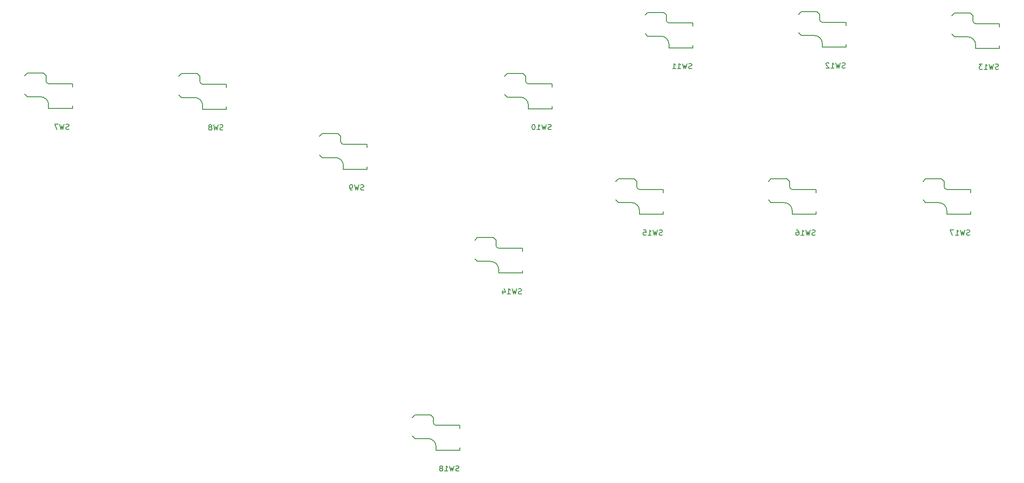
<source format=gbr>
%TF.GenerationSoftware,KiCad,Pcbnew,(6.0.4)*%
%TF.CreationDate,2022-04-24T23:02:38-04:00*%
%TF.ProjectId,Flatbox-rev4-rgb-kicad-WS2812B-4020,466c6174-626f-4782-9d72-6576342d7267,rev?*%
%TF.SameCoordinates,Original*%
%TF.FileFunction,Legend,Bot*%
%TF.FilePolarity,Positive*%
%FSLAX46Y46*%
G04 Gerber Fmt 4.6, Leading zero omitted, Abs format (unit mm)*
G04 Created by KiCad (PCBNEW (6.0.4)) date 2022-04-24 23:02:38*
%MOMM*%
%LPD*%
G01*
G04 APERTURE LIST*
%ADD10C,0.150000*%
G04 APERTURE END LIST*
D10*
%TO.C,SW8*%
X93653333Y-67574761D02*
X93510476Y-67622380D01*
X93272380Y-67622380D01*
X93177142Y-67574761D01*
X93129523Y-67527142D01*
X93081904Y-67431904D01*
X93081904Y-67336666D01*
X93129523Y-67241428D01*
X93177142Y-67193809D01*
X93272380Y-67146190D01*
X93462857Y-67098571D01*
X93558095Y-67050952D01*
X93605714Y-67003333D01*
X93653333Y-66908095D01*
X93653333Y-66812857D01*
X93605714Y-66717619D01*
X93558095Y-66670000D01*
X93462857Y-66622380D01*
X93224761Y-66622380D01*
X93081904Y-66670000D01*
X92748571Y-66622380D02*
X92510476Y-67622380D01*
X92320000Y-66908095D01*
X92129523Y-67622380D01*
X91891428Y-66622380D01*
X91367619Y-67050952D02*
X91462857Y-67003333D01*
X91510476Y-66955714D01*
X91558095Y-66860476D01*
X91558095Y-66812857D01*
X91510476Y-66717619D01*
X91462857Y-66670000D01*
X91367619Y-66622380D01*
X91177142Y-66622380D01*
X91081904Y-66670000D01*
X91034285Y-66717619D01*
X90986666Y-66812857D01*
X90986666Y-66860476D01*
X91034285Y-66955714D01*
X91081904Y-67003333D01*
X91177142Y-67050952D01*
X91367619Y-67050952D01*
X91462857Y-67098571D01*
X91510476Y-67146190D01*
X91558095Y-67241428D01*
X91558095Y-67431904D01*
X91510476Y-67527142D01*
X91462857Y-67574761D01*
X91367619Y-67622380D01*
X91177142Y-67622380D01*
X91081904Y-67574761D01*
X91034285Y-67527142D01*
X90986666Y-67431904D01*
X90986666Y-67241428D01*
X91034285Y-67146190D01*
X91081904Y-67098571D01*
X91177142Y-67050952D01*
%TO.C,SW9*%
X120253333Y-78924761D02*
X120110476Y-78972380D01*
X119872380Y-78972380D01*
X119777142Y-78924761D01*
X119729523Y-78877142D01*
X119681904Y-78781904D01*
X119681904Y-78686666D01*
X119729523Y-78591428D01*
X119777142Y-78543809D01*
X119872380Y-78496190D01*
X120062857Y-78448571D01*
X120158095Y-78400952D01*
X120205714Y-78353333D01*
X120253333Y-78258095D01*
X120253333Y-78162857D01*
X120205714Y-78067619D01*
X120158095Y-78020000D01*
X120062857Y-77972380D01*
X119824761Y-77972380D01*
X119681904Y-78020000D01*
X119348571Y-77972380D02*
X119110476Y-78972380D01*
X118920000Y-78258095D01*
X118729523Y-78972380D01*
X118491428Y-77972380D01*
X118062857Y-78972380D02*
X117872380Y-78972380D01*
X117777142Y-78924761D01*
X117729523Y-78877142D01*
X117634285Y-78734285D01*
X117586666Y-78543809D01*
X117586666Y-78162857D01*
X117634285Y-78067619D01*
X117681904Y-78020000D01*
X117777142Y-77972380D01*
X117967619Y-77972380D01*
X118062857Y-78020000D01*
X118110476Y-78067619D01*
X118158095Y-78162857D01*
X118158095Y-78400952D01*
X118110476Y-78496190D01*
X118062857Y-78543809D01*
X117967619Y-78591428D01*
X117777142Y-78591428D01*
X117681904Y-78543809D01*
X117634285Y-78496190D01*
X117586666Y-78400952D01*
%TO.C,SW18*%
X138229523Y-132024761D02*
X138086666Y-132072380D01*
X137848571Y-132072380D01*
X137753333Y-132024761D01*
X137705714Y-131977142D01*
X137658095Y-131881904D01*
X137658095Y-131786666D01*
X137705714Y-131691428D01*
X137753333Y-131643809D01*
X137848571Y-131596190D01*
X138039047Y-131548571D01*
X138134285Y-131500952D01*
X138181904Y-131453333D01*
X138229523Y-131358095D01*
X138229523Y-131262857D01*
X138181904Y-131167619D01*
X138134285Y-131120000D01*
X138039047Y-131072380D01*
X137800952Y-131072380D01*
X137658095Y-131120000D01*
X137324761Y-131072380D02*
X137086666Y-132072380D01*
X136896190Y-131358095D01*
X136705714Y-132072380D01*
X136467619Y-131072380D01*
X135562857Y-132072380D02*
X136134285Y-132072380D01*
X135848571Y-132072380D02*
X135848571Y-131072380D01*
X135943809Y-131215238D01*
X136039047Y-131310476D01*
X136134285Y-131358095D01*
X134991428Y-131500952D02*
X135086666Y-131453333D01*
X135134285Y-131405714D01*
X135181904Y-131310476D01*
X135181904Y-131262857D01*
X135134285Y-131167619D01*
X135086666Y-131120000D01*
X134991428Y-131072380D01*
X134800952Y-131072380D01*
X134705714Y-131120000D01*
X134658095Y-131167619D01*
X134610476Y-131262857D01*
X134610476Y-131310476D01*
X134658095Y-131405714D01*
X134705714Y-131453333D01*
X134800952Y-131500952D01*
X134991428Y-131500952D01*
X135086666Y-131548571D01*
X135134285Y-131596190D01*
X135181904Y-131691428D01*
X135181904Y-131881904D01*
X135134285Y-131977142D01*
X135086666Y-132024761D01*
X134991428Y-132072380D01*
X134800952Y-132072380D01*
X134705714Y-132024761D01*
X134658095Y-131977142D01*
X134610476Y-131881904D01*
X134610476Y-131691428D01*
X134658095Y-131596190D01*
X134705714Y-131548571D01*
X134800952Y-131500952D01*
%TO.C,SW10*%
X155669523Y-67514761D02*
X155526666Y-67562380D01*
X155288571Y-67562380D01*
X155193333Y-67514761D01*
X155145714Y-67467142D01*
X155098095Y-67371904D01*
X155098095Y-67276666D01*
X155145714Y-67181428D01*
X155193333Y-67133809D01*
X155288571Y-67086190D01*
X155479047Y-67038571D01*
X155574285Y-66990952D01*
X155621904Y-66943333D01*
X155669523Y-66848095D01*
X155669523Y-66752857D01*
X155621904Y-66657619D01*
X155574285Y-66610000D01*
X155479047Y-66562380D01*
X155240952Y-66562380D01*
X155098095Y-66610000D01*
X154764761Y-66562380D02*
X154526666Y-67562380D01*
X154336190Y-66848095D01*
X154145714Y-67562380D01*
X153907619Y-66562380D01*
X153002857Y-67562380D02*
X153574285Y-67562380D01*
X153288571Y-67562380D02*
X153288571Y-66562380D01*
X153383809Y-66705238D01*
X153479047Y-66800476D01*
X153574285Y-66848095D01*
X152383809Y-66562380D02*
X152288571Y-66562380D01*
X152193333Y-66610000D01*
X152145714Y-66657619D01*
X152098095Y-66752857D01*
X152050476Y-66943333D01*
X152050476Y-67181428D01*
X152098095Y-67371904D01*
X152145714Y-67467142D01*
X152193333Y-67514761D01*
X152288571Y-67562380D01*
X152383809Y-67562380D01*
X152479047Y-67514761D01*
X152526666Y-67467142D01*
X152574285Y-67371904D01*
X152621904Y-67181428D01*
X152621904Y-66943333D01*
X152574285Y-66752857D01*
X152526666Y-66657619D01*
X152479047Y-66610000D01*
X152383809Y-66562380D01*
%TO.C,SW11*%
X182229523Y-55984761D02*
X182086666Y-56032380D01*
X181848571Y-56032380D01*
X181753333Y-55984761D01*
X181705714Y-55937142D01*
X181658095Y-55841904D01*
X181658095Y-55746666D01*
X181705714Y-55651428D01*
X181753333Y-55603809D01*
X181848571Y-55556190D01*
X182039047Y-55508571D01*
X182134285Y-55460952D01*
X182181904Y-55413333D01*
X182229523Y-55318095D01*
X182229523Y-55222857D01*
X182181904Y-55127619D01*
X182134285Y-55080000D01*
X182039047Y-55032380D01*
X181800952Y-55032380D01*
X181658095Y-55080000D01*
X181324761Y-55032380D02*
X181086666Y-56032380D01*
X180896190Y-55318095D01*
X180705714Y-56032380D01*
X180467619Y-55032380D01*
X179562857Y-56032380D02*
X180134285Y-56032380D01*
X179848571Y-56032380D02*
X179848571Y-55032380D01*
X179943809Y-55175238D01*
X180039047Y-55270476D01*
X180134285Y-55318095D01*
X178610476Y-56032380D02*
X179181904Y-56032380D01*
X178896190Y-56032380D02*
X178896190Y-55032380D01*
X178991428Y-55175238D01*
X179086666Y-55270476D01*
X179181904Y-55318095D01*
%TO.C,SW12*%
X211199523Y-55864761D02*
X211056666Y-55912380D01*
X210818571Y-55912380D01*
X210723333Y-55864761D01*
X210675714Y-55817142D01*
X210628095Y-55721904D01*
X210628095Y-55626666D01*
X210675714Y-55531428D01*
X210723333Y-55483809D01*
X210818571Y-55436190D01*
X211009047Y-55388571D01*
X211104285Y-55340952D01*
X211151904Y-55293333D01*
X211199523Y-55198095D01*
X211199523Y-55102857D01*
X211151904Y-55007619D01*
X211104285Y-54960000D01*
X211009047Y-54912380D01*
X210770952Y-54912380D01*
X210628095Y-54960000D01*
X210294761Y-54912380D02*
X210056666Y-55912380D01*
X209866190Y-55198095D01*
X209675714Y-55912380D01*
X209437619Y-54912380D01*
X208532857Y-55912380D02*
X209104285Y-55912380D01*
X208818571Y-55912380D02*
X208818571Y-54912380D01*
X208913809Y-55055238D01*
X209009047Y-55150476D01*
X209104285Y-55198095D01*
X208151904Y-55007619D02*
X208104285Y-54960000D01*
X208009047Y-54912380D01*
X207770952Y-54912380D01*
X207675714Y-54960000D01*
X207628095Y-55007619D01*
X207580476Y-55102857D01*
X207580476Y-55198095D01*
X207628095Y-55340952D01*
X208199523Y-55912380D01*
X207580476Y-55912380D01*
%TO.C,SW13*%
X240169523Y-56104761D02*
X240026666Y-56152380D01*
X239788571Y-56152380D01*
X239693333Y-56104761D01*
X239645714Y-56057142D01*
X239598095Y-55961904D01*
X239598095Y-55866666D01*
X239645714Y-55771428D01*
X239693333Y-55723809D01*
X239788571Y-55676190D01*
X239979047Y-55628571D01*
X240074285Y-55580952D01*
X240121904Y-55533333D01*
X240169523Y-55438095D01*
X240169523Y-55342857D01*
X240121904Y-55247619D01*
X240074285Y-55200000D01*
X239979047Y-55152380D01*
X239740952Y-55152380D01*
X239598095Y-55200000D01*
X239264761Y-55152380D02*
X239026666Y-56152380D01*
X238836190Y-55438095D01*
X238645714Y-56152380D01*
X238407619Y-55152380D01*
X237502857Y-56152380D02*
X238074285Y-56152380D01*
X237788571Y-56152380D02*
X237788571Y-55152380D01*
X237883809Y-55295238D01*
X237979047Y-55390476D01*
X238074285Y-55438095D01*
X237169523Y-55152380D02*
X236550476Y-55152380D01*
X236883809Y-55533333D01*
X236740952Y-55533333D01*
X236645714Y-55580952D01*
X236598095Y-55628571D01*
X236550476Y-55723809D01*
X236550476Y-55961904D01*
X236598095Y-56057142D01*
X236645714Y-56104761D01*
X236740952Y-56152380D01*
X237026666Y-56152380D01*
X237121904Y-56104761D01*
X237169523Y-56057142D01*
%TO.C,SW14*%
X150059523Y-98554761D02*
X149916666Y-98602380D01*
X149678571Y-98602380D01*
X149583333Y-98554761D01*
X149535714Y-98507142D01*
X149488095Y-98411904D01*
X149488095Y-98316666D01*
X149535714Y-98221428D01*
X149583333Y-98173809D01*
X149678571Y-98126190D01*
X149869047Y-98078571D01*
X149964285Y-98030952D01*
X150011904Y-97983333D01*
X150059523Y-97888095D01*
X150059523Y-97792857D01*
X150011904Y-97697619D01*
X149964285Y-97650000D01*
X149869047Y-97602380D01*
X149630952Y-97602380D01*
X149488095Y-97650000D01*
X149154761Y-97602380D02*
X148916666Y-98602380D01*
X148726190Y-97888095D01*
X148535714Y-98602380D01*
X148297619Y-97602380D01*
X147392857Y-98602380D02*
X147964285Y-98602380D01*
X147678571Y-98602380D02*
X147678571Y-97602380D01*
X147773809Y-97745238D01*
X147869047Y-97840476D01*
X147964285Y-97888095D01*
X146535714Y-97935714D02*
X146535714Y-98602380D01*
X146773809Y-97554761D02*
X147011904Y-98269047D01*
X146392857Y-98269047D01*
%TO.C,SW15*%
X176669523Y-87444761D02*
X176526666Y-87492380D01*
X176288571Y-87492380D01*
X176193333Y-87444761D01*
X176145714Y-87397142D01*
X176098095Y-87301904D01*
X176098095Y-87206666D01*
X176145714Y-87111428D01*
X176193333Y-87063809D01*
X176288571Y-87016190D01*
X176479047Y-86968571D01*
X176574285Y-86920952D01*
X176621904Y-86873333D01*
X176669523Y-86778095D01*
X176669523Y-86682857D01*
X176621904Y-86587619D01*
X176574285Y-86540000D01*
X176479047Y-86492380D01*
X176240952Y-86492380D01*
X176098095Y-86540000D01*
X175764761Y-86492380D02*
X175526666Y-87492380D01*
X175336190Y-86778095D01*
X175145714Y-87492380D01*
X174907619Y-86492380D01*
X174002857Y-87492380D02*
X174574285Y-87492380D01*
X174288571Y-87492380D02*
X174288571Y-86492380D01*
X174383809Y-86635238D01*
X174479047Y-86730476D01*
X174574285Y-86778095D01*
X173098095Y-86492380D02*
X173574285Y-86492380D01*
X173621904Y-86968571D01*
X173574285Y-86920952D01*
X173479047Y-86873333D01*
X173240952Y-86873333D01*
X173145714Y-86920952D01*
X173098095Y-86968571D01*
X173050476Y-87063809D01*
X173050476Y-87301904D01*
X173098095Y-87397142D01*
X173145714Y-87444761D01*
X173240952Y-87492380D01*
X173479047Y-87492380D01*
X173574285Y-87444761D01*
X173621904Y-87397142D01*
%TO.C,SW16*%
X205519523Y-87444761D02*
X205376666Y-87492380D01*
X205138571Y-87492380D01*
X205043333Y-87444761D01*
X204995714Y-87397142D01*
X204948095Y-87301904D01*
X204948095Y-87206666D01*
X204995714Y-87111428D01*
X205043333Y-87063809D01*
X205138571Y-87016190D01*
X205329047Y-86968571D01*
X205424285Y-86920952D01*
X205471904Y-86873333D01*
X205519523Y-86778095D01*
X205519523Y-86682857D01*
X205471904Y-86587619D01*
X205424285Y-86540000D01*
X205329047Y-86492380D01*
X205090952Y-86492380D01*
X204948095Y-86540000D01*
X204614761Y-86492380D02*
X204376666Y-87492380D01*
X204186190Y-86778095D01*
X203995714Y-87492380D01*
X203757619Y-86492380D01*
X202852857Y-87492380D02*
X203424285Y-87492380D01*
X203138571Y-87492380D02*
X203138571Y-86492380D01*
X203233809Y-86635238D01*
X203329047Y-86730476D01*
X203424285Y-86778095D01*
X201995714Y-86492380D02*
X202186190Y-86492380D01*
X202281428Y-86540000D01*
X202329047Y-86587619D01*
X202424285Y-86730476D01*
X202471904Y-86920952D01*
X202471904Y-87301904D01*
X202424285Y-87397142D01*
X202376666Y-87444761D01*
X202281428Y-87492380D01*
X202090952Y-87492380D01*
X201995714Y-87444761D01*
X201948095Y-87397142D01*
X201900476Y-87301904D01*
X201900476Y-87063809D01*
X201948095Y-86968571D01*
X201995714Y-86920952D01*
X202090952Y-86873333D01*
X202281428Y-86873333D01*
X202376666Y-86920952D01*
X202424285Y-86968571D01*
X202471904Y-87063809D01*
%TO.C,SW17*%
X234729523Y-87444761D02*
X234586666Y-87492380D01*
X234348571Y-87492380D01*
X234253333Y-87444761D01*
X234205714Y-87397142D01*
X234158095Y-87301904D01*
X234158095Y-87206666D01*
X234205714Y-87111428D01*
X234253333Y-87063809D01*
X234348571Y-87016190D01*
X234539047Y-86968571D01*
X234634285Y-86920952D01*
X234681904Y-86873333D01*
X234729523Y-86778095D01*
X234729523Y-86682857D01*
X234681904Y-86587619D01*
X234634285Y-86540000D01*
X234539047Y-86492380D01*
X234300952Y-86492380D01*
X234158095Y-86540000D01*
X233824761Y-86492380D02*
X233586666Y-87492380D01*
X233396190Y-86778095D01*
X233205714Y-87492380D01*
X232967619Y-86492380D01*
X232062857Y-87492380D02*
X232634285Y-87492380D01*
X232348571Y-87492380D02*
X232348571Y-86492380D01*
X232443809Y-86635238D01*
X232539047Y-86730476D01*
X232634285Y-86778095D01*
X231729523Y-86492380D02*
X231062857Y-86492380D01*
X231491428Y-87492380D01*
%TO.C,SW7*%
X64558333Y-67454761D02*
X64415476Y-67502380D01*
X64177380Y-67502380D01*
X64082142Y-67454761D01*
X64034523Y-67407142D01*
X63986904Y-67311904D01*
X63986904Y-67216666D01*
X64034523Y-67121428D01*
X64082142Y-67073809D01*
X64177380Y-67026190D01*
X64367857Y-66978571D01*
X64463095Y-66930952D01*
X64510714Y-66883333D01*
X64558333Y-66788095D01*
X64558333Y-66692857D01*
X64510714Y-66597619D01*
X64463095Y-66550000D01*
X64367857Y-66502380D01*
X64129761Y-66502380D01*
X63986904Y-66550000D01*
X63653571Y-66502380D02*
X63415476Y-67502380D01*
X63225000Y-66788095D01*
X63034523Y-67502380D01*
X62796428Y-66502380D01*
X62510714Y-66502380D02*
X61844047Y-66502380D01*
X62272619Y-67502380D01*
%TO.C,SW8*%
X85320000Y-60970000D02*
X85820000Y-61470000D01*
X94320000Y-59570000D02*
X94320000Y-58970000D01*
X94320000Y-58970000D02*
X89820000Y-58970000D01*
X85820000Y-61470000D02*
X88320000Y-61470000D01*
X89820000Y-63670000D02*
X94320000Y-63670000D01*
X85320000Y-57470000D02*
X85820000Y-56970000D01*
X85820000Y-56970000D02*
X88820000Y-56970000D01*
X89820000Y-62970000D02*
X89820000Y-63670000D01*
X88820000Y-56970000D02*
X89320000Y-57470000D01*
X94320000Y-63670000D02*
X94320000Y-63170000D01*
X89320000Y-58470000D02*
X89320000Y-57470000D01*
X89820000Y-62970000D02*
G75*
G03*
X88320000Y-61470000I-1500001J-1D01*
G01*
X89320000Y-58470000D02*
G75*
G03*
X89820000Y-58970000I500001J1D01*
G01*
%TO.C,SW9*%
X112420000Y-68320000D02*
X115420000Y-68320000D01*
X115420000Y-68320000D02*
X115920000Y-68820000D01*
X111920000Y-72320000D02*
X112420000Y-72820000D01*
X120920000Y-70920000D02*
X120920000Y-70320000D01*
X116420000Y-75020000D02*
X120920000Y-75020000D01*
X112420000Y-72820000D02*
X114920000Y-72820000D01*
X120920000Y-75020000D02*
X120920000Y-74520000D01*
X120920000Y-70320000D02*
X116420000Y-70320000D01*
X111920000Y-68820000D02*
X112420000Y-68320000D01*
X115920000Y-69820000D02*
X115920000Y-68820000D01*
X116420000Y-74320000D02*
X116420000Y-75020000D01*
X115920000Y-69820000D02*
G75*
G03*
X116420000Y-70320000I500001J1D01*
G01*
X116420000Y-74320000D02*
G75*
G03*
X114920000Y-72820000I-1500001J-1D01*
G01*
%TO.C,SW18*%
X133420000Y-122920000D02*
X133420000Y-121920000D01*
X129420000Y-121920000D02*
X129920000Y-121420000D01*
X133920000Y-128120000D02*
X138420000Y-128120000D01*
X133920000Y-127420000D02*
X133920000Y-128120000D01*
X129920000Y-121420000D02*
X132920000Y-121420000D01*
X138420000Y-128120000D02*
X138420000Y-127620000D01*
X138420000Y-124020000D02*
X138420000Y-123420000D01*
X129420000Y-125420000D02*
X129920000Y-125920000D01*
X132920000Y-121420000D02*
X133420000Y-121920000D01*
X129920000Y-125920000D02*
X132420000Y-125920000D01*
X138420000Y-123420000D02*
X133920000Y-123420000D01*
X133420000Y-122920000D02*
G75*
G03*
X133920000Y-123420000I500001J1D01*
G01*
X133920000Y-127420000D02*
G75*
G03*
X132420000Y-125920000I-1500001J-1D01*
G01*
%TO.C,SW10*%
X150860000Y-58410000D02*
X150860000Y-57410000D01*
X151360000Y-63610000D02*
X155860000Y-63610000D01*
X155860000Y-63610000D02*
X155860000Y-63110000D01*
X146860000Y-57410000D02*
X147360000Y-56910000D01*
X151360000Y-62910000D02*
X151360000Y-63610000D01*
X155860000Y-59510000D02*
X155860000Y-58910000D01*
X146860000Y-60910000D02*
X147360000Y-61410000D01*
X147360000Y-61410000D02*
X149860000Y-61410000D01*
X150360000Y-56910000D02*
X150860000Y-57410000D01*
X155860000Y-58910000D02*
X151360000Y-58910000D01*
X147360000Y-56910000D02*
X150360000Y-56910000D01*
X150860000Y-58410000D02*
G75*
G03*
X151360000Y-58910000I500001J1D01*
G01*
X151360000Y-62910000D02*
G75*
G03*
X149860000Y-61410000I-1500001J-1D01*
G01*
%TO.C,SW11*%
X182420000Y-47980000D02*
X182420000Y-47380000D01*
X182420000Y-47380000D02*
X177920000Y-47380000D01*
X177420000Y-46880000D02*
X177420000Y-45880000D01*
X177920000Y-51380000D02*
X177920000Y-52080000D01*
X176920000Y-45380000D02*
X177420000Y-45880000D01*
X173920000Y-45380000D02*
X176920000Y-45380000D01*
X173420000Y-45880000D02*
X173920000Y-45380000D01*
X173920000Y-49880000D02*
X176420000Y-49880000D01*
X177920000Y-52080000D02*
X182420000Y-52080000D01*
X182420000Y-52080000D02*
X182420000Y-51580000D01*
X173420000Y-49380000D02*
X173920000Y-49880000D01*
X177420000Y-46880000D02*
G75*
G03*
X177920000Y-47380000I500001J1D01*
G01*
X177920000Y-51380000D02*
G75*
G03*
X176420000Y-49880000I-1500001J-1D01*
G01*
%TO.C,SW12*%
X206890000Y-51960000D02*
X211390000Y-51960000D01*
X211390000Y-47860000D02*
X211390000Y-47260000D01*
X206890000Y-51260000D02*
X206890000Y-51960000D01*
X211390000Y-51960000D02*
X211390000Y-51460000D01*
X202390000Y-49260000D02*
X202890000Y-49760000D01*
X205890000Y-45260000D02*
X206390000Y-45760000D01*
X202890000Y-49760000D02*
X205390000Y-49760000D01*
X202390000Y-45760000D02*
X202890000Y-45260000D01*
X202890000Y-45260000D02*
X205890000Y-45260000D01*
X206390000Y-46760000D02*
X206390000Y-45760000D01*
X211390000Y-47260000D02*
X206890000Y-47260000D01*
X206390000Y-46760000D02*
G75*
G03*
X206890000Y-47260000I500001J1D01*
G01*
X206890000Y-51260000D02*
G75*
G03*
X205390000Y-49760000I-1500001J-1D01*
G01*
%TO.C,SW13*%
X235860000Y-52200000D02*
X240360000Y-52200000D01*
X240360000Y-52200000D02*
X240360000Y-51700000D01*
X234860000Y-45500000D02*
X235360000Y-46000000D01*
X240360000Y-47500000D02*
X235860000Y-47500000D01*
X240360000Y-48100000D02*
X240360000Y-47500000D01*
X235360000Y-47000000D02*
X235360000Y-46000000D01*
X231860000Y-50000000D02*
X234360000Y-50000000D01*
X231860000Y-45500000D02*
X234860000Y-45500000D01*
X235860000Y-51500000D02*
X235860000Y-52200000D01*
X231360000Y-46000000D02*
X231860000Y-45500000D01*
X231360000Y-49500000D02*
X231860000Y-50000000D01*
X235860000Y-51500000D02*
G75*
G03*
X234360000Y-50000000I-1500001J-1D01*
G01*
X235360000Y-47000000D02*
G75*
G03*
X235860000Y-47500000I500001J1D01*
G01*
%TO.C,SW14*%
X145250000Y-89450000D02*
X145250000Y-88450000D01*
X141250000Y-88450000D02*
X141750000Y-87950000D01*
X141750000Y-92450000D02*
X144250000Y-92450000D01*
X141250000Y-91950000D02*
X141750000Y-92450000D01*
X150250000Y-94650000D02*
X150250000Y-94150000D01*
X150250000Y-89950000D02*
X145750000Y-89950000D01*
X145750000Y-93950000D02*
X145750000Y-94650000D01*
X141750000Y-87950000D02*
X144750000Y-87950000D01*
X150250000Y-90550000D02*
X150250000Y-89950000D01*
X144750000Y-87950000D02*
X145250000Y-88450000D01*
X145750000Y-94650000D02*
X150250000Y-94650000D01*
X145250000Y-89450000D02*
G75*
G03*
X145750000Y-89950000I500001J1D01*
G01*
X145750000Y-93950000D02*
G75*
G03*
X144250000Y-92450000I-1500001J-1D01*
G01*
%TO.C,SW15*%
X167860000Y-77340000D02*
X168360000Y-76840000D01*
X176860000Y-83540000D02*
X176860000Y-83040000D01*
X172360000Y-83540000D02*
X176860000Y-83540000D01*
X176860000Y-79440000D02*
X176860000Y-78840000D01*
X171860000Y-78340000D02*
X171860000Y-77340000D01*
X168360000Y-76840000D02*
X171360000Y-76840000D01*
X172360000Y-82840000D02*
X172360000Y-83540000D01*
X168360000Y-81340000D02*
X170860000Y-81340000D01*
X167860000Y-80840000D02*
X168360000Y-81340000D01*
X171360000Y-76840000D02*
X171860000Y-77340000D01*
X176860000Y-78840000D02*
X172360000Y-78840000D01*
X172360000Y-82840000D02*
G75*
G03*
X170860000Y-81340000I-1500001J-1D01*
G01*
X171860000Y-78340000D02*
G75*
G03*
X172360000Y-78840000I500001J1D01*
G01*
%TO.C,SW16*%
X200710000Y-78340000D02*
X200710000Y-77340000D01*
X200210000Y-76840000D02*
X200710000Y-77340000D01*
X196710000Y-77340000D02*
X197210000Y-76840000D01*
X197210000Y-81340000D02*
X199710000Y-81340000D01*
X205710000Y-83540000D02*
X205710000Y-83040000D01*
X205710000Y-78840000D02*
X201210000Y-78840000D01*
X201210000Y-83540000D02*
X205710000Y-83540000D01*
X201210000Y-82840000D02*
X201210000Y-83540000D01*
X196710000Y-80840000D02*
X197210000Y-81340000D01*
X197210000Y-76840000D02*
X200210000Y-76840000D01*
X205710000Y-79440000D02*
X205710000Y-78840000D01*
X201210000Y-82840000D02*
G75*
G03*
X199710000Y-81340000I-1500001J-1D01*
G01*
X200710000Y-78340000D02*
G75*
G03*
X201210000Y-78840000I500001J1D01*
G01*
%TO.C,SW17*%
X234920000Y-79440000D02*
X234920000Y-78840000D01*
X234920000Y-78840000D02*
X230420000Y-78840000D01*
X234920000Y-83540000D02*
X234920000Y-83040000D01*
X230420000Y-82840000D02*
X230420000Y-83540000D01*
X226420000Y-76840000D02*
X229420000Y-76840000D01*
X229920000Y-78340000D02*
X229920000Y-77340000D01*
X226420000Y-81340000D02*
X228920000Y-81340000D01*
X225920000Y-80840000D02*
X226420000Y-81340000D01*
X225920000Y-77340000D02*
X226420000Y-76840000D01*
X229420000Y-76840000D02*
X229920000Y-77340000D01*
X230420000Y-83540000D02*
X234920000Y-83540000D01*
X230420000Y-82840000D02*
G75*
G03*
X228920000Y-81340000I-1500001J-1D01*
G01*
X229920000Y-78340000D02*
G75*
G03*
X230420000Y-78840000I500001J1D01*
G01*
%TO.C,SW7*%
X56225000Y-57350000D02*
X56725000Y-56850000D01*
X59725000Y-56850000D02*
X60225000Y-57350000D01*
X56225000Y-60850000D02*
X56725000Y-61350000D01*
X56725000Y-56850000D02*
X59725000Y-56850000D01*
X60725000Y-62850000D02*
X60725000Y-63550000D01*
X60725000Y-63550000D02*
X65225000Y-63550000D01*
X56725000Y-61350000D02*
X59225000Y-61350000D01*
X65225000Y-59450000D02*
X65225000Y-58850000D01*
X65225000Y-63550000D02*
X65225000Y-63050000D01*
X60225000Y-58350000D02*
X60225000Y-57350000D01*
X65225000Y-58850000D02*
X60725000Y-58850000D01*
X60725000Y-62850000D02*
G75*
G03*
X59225000Y-61350000I-1500001J-1D01*
G01*
X60225000Y-58350000D02*
G75*
G03*
X60725000Y-58850000I500001J1D01*
G01*
%TD*%
M02*

</source>
